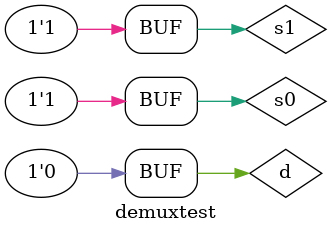
<source format=v>
module demuxtest;
  reg s1,s0,d;
  wire y0, y1, y2,y3;
  demux dm1(s1,s0,d,y0,y1,y2,y3);
  initial
  begin
    s1=1'b0; s0=1'b0; d=1'b0;
    #1 s1=1'b0; s0=1'b1; d=1'b1;
    #1 s1=1'b1; s0=1'b0; d=1'b1;
    #1 s1=1'b1; s0=1'b1; d=1'b1;
    #1 s1=1'b0; s0=1'b0; d=1'b0;
    #1 s1=1'b0; s0=1'b1; d=1'b0;
    #1 s1=1'b1; s0=1'b0; d=1'b0;
    #1 s1=1'b1; s0=1'b1; d=1'b0;
  end
endmodule
</source>
